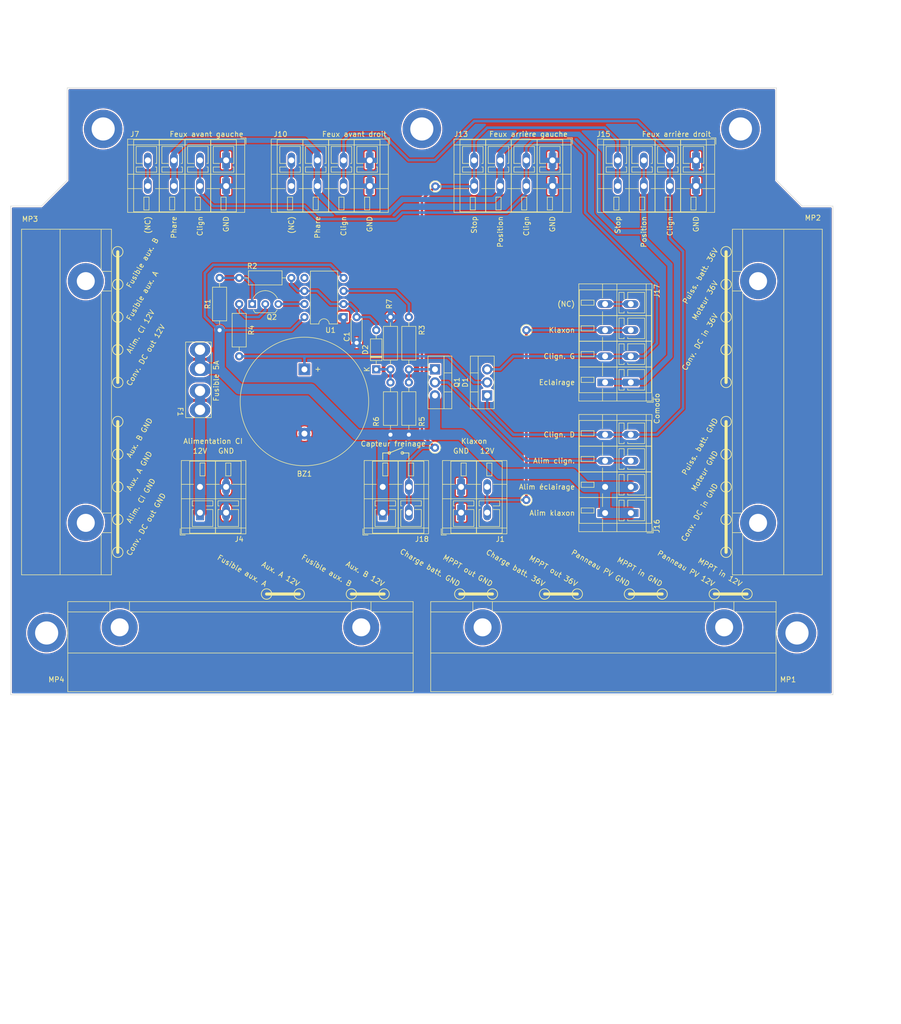
<source format=kicad_pcb>
(kicad_pcb (version 20211014) (generator pcbnew)

  (general
    (thickness 1.6)
  )

  (paper "A4")
  (layers
    (0 "F.Cu" signal)
    (31 "B.Cu" signal)
    (32 "B.Adhes" user "B.Adhesive")
    (33 "F.Adhes" user "F.Adhesive")
    (34 "B.Paste" user)
    (35 "F.Paste" user)
    (36 "B.SilkS" user "B.Silkscreen")
    (37 "F.SilkS" user "F.Silkscreen")
    (38 "B.Mask" user)
    (39 "F.Mask" user)
    (40 "Dwgs.User" user "User.Drawings")
    (41 "Cmts.User" user "User.Comments")
    (42 "Eco1.User" user "User.Eco1")
    (43 "Eco2.User" user "User.Eco2")
    (44 "Edge.Cuts" user)
    (45 "Margin" user)
    (46 "B.CrtYd" user "B.Courtyard")
    (47 "F.CrtYd" user "F.Courtyard")
    (48 "B.Fab" user)
    (49 "F.Fab" user)
    (50 "User.1" user)
    (51 "User.2" user)
    (52 "User.3" user)
    (53 "User.4" user)
    (54 "User.5" user)
    (55 "User.6" user)
    (56 "User.7" user)
    (57 "User.8" user)
    (58 "User.9" user)
  )

  (setup
    (stackup
      (layer "F.SilkS" (type "Top Silk Screen"))
      (layer "F.Paste" (type "Top Solder Paste"))
      (layer "F.Mask" (type "Top Solder Mask") (thickness 0.01))
      (layer "F.Cu" (type "copper") (thickness 0.035))
      (layer "dielectric 1" (type "core") (thickness 1.51) (material "FR4") (epsilon_r 4.5) (loss_tangent 0.02))
      (layer "B.Cu" (type "copper") (thickness 0.035))
      (layer "B.Mask" (type "Bottom Solder Mask") (thickness 0.01))
      (layer "B.Paste" (type "Bottom Solder Paste"))
      (layer "B.SilkS" (type "Bottom Silk Screen"))
      (copper_finish "None")
      (dielectric_constraints no)
    )
    (pad_to_mask_clearance 0)
    (pcbplotparams
      (layerselection 0x00010e0_ffffffff)
      (disableapertmacros false)
      (usegerberextensions false)
      (usegerberattributes true)
      (usegerberadvancedattributes true)
      (creategerberjobfile true)
      (svguseinch false)
      (svgprecision 6)
      (excludeedgelayer true)
      (plotframeref false)
      (viasonmask false)
      (mode 1)
      (useauxorigin false)
      (hpglpennumber 1)
      (hpglpenspeed 20)
      (hpglpendiameter 15.000000)
      (dxfpolygonmode true)
      (dxfimperialunits true)
      (dxfusepcbnewfont true)
      (psnegative false)
      (psa4output false)
      (plotreference true)
      (plotvalue true)
      (plotinvisibletext false)
      (sketchpadsonfab false)
      (subtractmaskfromsilk false)
      (outputformat 1)
      (mirror false)
      (drillshape 0)
      (scaleselection 1)
      (outputdirectory "")
    )
  )

  (net 0 "")
  (net 1 "GND")
  (net 2 "Net-(F1-Pad2)")
  (net 3 "Net-(D1-Pad1)")
  (net 4 "unconnected-(J7-Pad4)")
  (net 5 "unconnected-(J10-Pad4)")
  (net 6 "/Phares")
  (net 7 "Net-(J13-Pad4)")
  (net 8 "Net-(J1-Pad2)")
  (net 9 "/Flasher/Out")
  (net 10 "unconnected-(J17-Pad4)")
  (net 11 "/12V_5A")
  (net 12 "Net-(Q1-Pad1)")
  (net 13 "Net-(C1-Pad1)")
  (net 14 "Net-(D1-Pad3)")
  (net 15 "Net-(Q2-Pad1)")
  (net 16 "unconnected-(U1-Pad5)")
  (net 17 "Net-(Q2-Pad2)")
  (net 18 "/Flasher/Enable")
  (net 19 "Net-(Q2-Pad3)")
  (net 20 "Net-(R3-Pad1)")
  (net 21 "Net-(D2-Pad1)")

  (footprint "circuit:Wago_221-500_SplicingConnectorHolder" (layer "F.Cu") (at 94.615 85.09 90))

  (footprint "circuit:MountingHole_5mm" (layer "F.Cu") (at 87 130))

  (footprint "circuit:Buzzer_25x16_12.5" (layer "F.Cu") (at 137.16 78.74 -90))

  (footprint "circuit:Wago_221-500_SplicingConnectorHolder" (layer "F.Cu") (at 124.714 128.905 180))

  (footprint "circuit:Multicomp_MCCQ-122" (layer "F.Cu") (at 116.84 74.93 -90))

  (footprint "circuit:TerminalBlock_WAGO_236-402_1x02_P5.08mm_45Degree" (layer "F.Cu") (at 116.84 101.6))

  (footprint "Resistor_THT:R_Axial_DIN0207_L6.3mm_D2.5mm_P10.16mm_Horizontal" (layer "F.Cu") (at 157.48 68.58 -90))

  (footprint "circuit:MountingHole_5mm" (layer "F.Cu") (at 98 32))

  (footprint "circuit:TerminalBlock_WAGO_236-404_1x04_P5.08mm_45Degree" (layer "F.Cu") (at 185.42 38.1 180))

  (footprint "Package_DIP:DIP-8_W7.62mm" (layer "F.Cu") (at 144.78 68.58 180))

  (footprint "circuit:Strap_D2.0mm_Drill1.0mm" (layer "F.Cu") (at 180.34 104.14))

  (footprint "circuit:TerminalBlock_WAGO_236-404_1x04_P5.08mm_45Degree" (layer "F.Cu") (at 213.36 38.1 180))

  (footprint "circuit:MountingHole_5mm" (layer "F.Cu") (at 222 32))

  (footprint "circuit:TO-220-3_Vertical" (layer "F.Cu") (at 172.72 83.82 90))

  (footprint "Package_TO_SOT_THT:TO-92L_Inline_Wide" (layer "F.Cu") (at 127 66.04))

  (footprint "circuit:TerminalBlock_WAGO_236-404_1x04_P5.08mm_45Degree" (layer "F.Cu") (at 121.92 38.1 180))

  (footprint "Resistor_THT:R_Axial_DIN0207_L6.3mm_D2.5mm_P10.16mm_Horizontal" (layer "F.Cu") (at 153.9 78.74 90))

  (footprint "circuit:TerminalBlock_WAGO_236-404_1x04_P5.08mm_45Degree" (layer "F.Cu") (at 200.66 106.68 90))

  (footprint "Resistor_THT:R_Axial_DIN0207_L6.3mm_D2.5mm_P10.16mm_Horizontal" (layer "F.Cu") (at 157.48 91.44 90))

  (footprint "circuit:Wago_221-500_SplicingConnectorHolder" (layer "F.Cu") (at 225.425 85.09 -90))

  (footprint "Resistor_THT:R_Axial_DIN0207_L6.3mm_D2.5mm_P10.16mm_Horizontal" (layer "F.Cu") (at 124.46 66.04 -90))

  (footprint "circuit:MountingHole_5mm" (layer "F.Cu") (at 160 32))

  (footprint "Resistor_THT:R_Axial_DIN0207_L6.3mm_D2.5mm_P10.16mm_Horizontal" (layer "F.Cu") (at 153.9 91.45 90))

  (footprint "circuit:Strap_D2.0mm_Drill1.0mm" (layer "F.Cu") (at 162.56 93.98))

  (footprint "Resistor_THT:R_Axial_DIN0207_L6.3mm_D2.5mm_P10.16mm_Horizontal" (layer "F.Cu") (at 120.65 71.12 90))

  (footprint "Resistor_THT:R_Axial_DIN0207_L6.3mm_D2.5mm_P10.16mm_Horizontal" (layer "F.Cu") (at 124.46 60.96))

  (footprint "circuit:Strap_D2.0mm_Drill1.0mm" (layer "F.Cu") (at 180.34 71.12))

  (footprint "Capacitor_THT:C_Disc_D4.3mm_W1.9mm_P5.00mm" (layer "F.Cu") (at 147.32 68.58 -90))

  (footprint "circuit:Strap_D2.0mm_Drill1.0mm" (layer "F.Cu") (at 162.63 43.18))

  (footprint "circuit:TerminalBlock_WAGO_236-402_1x02_P5.08mm_45Degree" (layer "F.Cu") (at 167.64 101.6))

  (footprint "circuit:Wago_221-500_SplicingConnectorHolder" (layer "F.Cu") (at 195.326 128.905 180))

  (footprint "circuit:TerminalBlock_WAGO_236-402_1x02_P5.08mm_45Degree" (layer "F.Cu")
    (tedit 67A265E1) (tstamp ee376e01-fd87-460d-8054-53f57dc05951)
    (at 152.4 101.6)
    (descr "Terminal Block WAGO 236-402, 45Degree (cable under 45degree), 2 pins, pitch 5.08mm, size 12.3x14mm^2, drill diamater 1.15mm, pad diameter 3mm")
    (tags "THT Terminal Block WAGO 236-402 45Degree pitch 5.08mm size 12.3x14mm^2 drill 1.15mm pad 3mm")
    (property "Sheetfile" "circuit.kicad_sch")
    (property "Sheetname" "")
    (path "/e25831d2-9583-475c-a839-189f3156583f")
    (attr through_hole)
    (fp_text reference "J18" (at 7.62 10.16) (layer "F.SilkS")
      (effects (font (size 1 1) (thickness 0.15)))
      (tstamp 78fade79-4b4d-4ad8-8098-87a075f72e45)
    )
    (fp_text value "Conn_Capteur_Frein" (at 2.65 10.12) (layer "F.Fab")
      (effects (font (size 1 1) (thickness 0.15)))
      (tstamp 0bbaf0b7-9a40-43d4-b472-92769e96c9f0)
    )
    (fp_text user "${REFERENCE}" (at 2.65 1) (layer "F.Fab")
      (effects (font (size 1 1) (thickness 0.15)))
      (tstamp d79d1392-ac34-4473-b8a7-c9f388dd60ed)
    )
    (fp_line (start 3.5 7.7) (end 7.5 7.7) (layer "F.SilkS") (width 0.12) (tstamp 03cbcb17-4cd4-4291-bd41-b3e607e61dc4))
    (fp_line (start 6 -4.65) (end 6 -2.151) (layer "F.SilkS") (width 0.12) (tstamp 06f08405-6197-40be-af54-9fa42d684743))
    (fp_line (start 7.5 4.4) (end 7.5 7.7) (layer "F.SilkS") (width 0.12) (tstamp 10395d06-53e7-4f17-8398-e56394846f2e))
    (fp_line (start -1.5 3.7) (end -1.23 3.7) (layer "F.SilkS") (width 0.12) (tstamp 176c189a-d73e-4e04-8097-65e6830e8abb))
    (fp_line (start 3 -5) (end 3 9) (layer "F.SilkS") (width 0.12) (tstamp 177c0fde-9b14-4f84-ae0f-96cce8ccfb40))
    (fp_line (start 6.23 -0.5) (end 8.921 -0.5) (layer "F.SilkS") (width 0.12) (tstamp 196910ae-9780-4b38-b9f0-fec016073d7d))
    (fp_line (start 8 -5) (end 8 9) (layer "F.SilkS") (width 0.12) (tstamp 20d1cbd3-105d-4528-b0ec-c806e5c3730d))
    (fp_line (start 3.5 4.4) (end 3.77 4.4) (layer "F.SilkS") (width 0.12) (tstamp 215ba7e4-4824-47b9-be2a-f449a00476d9))
    (fp_line (start -3.62 -5.12) (end -3.62 9.12) (layer "F.SilkS") (width 0.12) (tstamp 24d687c2-f89b-4a92-ac16-f93abb516e5d))
    (fp_line (start 3.5 2.7) (end 7.5 2.7) (layer "F.SilkS") (width 0.12) (tstamp 283eba45-33d5-45c0-9100-76888ef889a1))
    (fp_line (start -1.5 2.7) (end 2.5 2.7) (layer "F.SilkS") (width 0.12) (tstamp 33984e5d-8430-4ef9-83cf-d8c85d1d4c81))
    (fp_line (start 0 -4.65) (end 0 -2.151) (layer "F.SilkS") (width 0.12) (tstamp 42e47897-88c2-4378-8310-672793da31bd))
    (fp_line (start 2.5 2.7) (end 2.5 3.7) (layer "F.SilkS") (width 0.12) (tstamp 4603587d-4325-4bd4-8ad7-8106882a8510))
    (fp_line (start 0 -4.65) (end 1 -4.65) (layer "F.SilkS") (width 0.12) (tstamp 47ba3a0f-b431-46e7-be3d-b0b6f1069b76))
    (fp_line (start 3 -5) (end 8 -5) (layer "F.SilkS") (width 0.12) (tstamp 4ded14f9-3715-41fc-8a9d-079c3f33e468))
    (fp_line (start 1.23 4.4) (end 2.5 4.4) (layer "F.SilkS") (width 0.12) (tstamp 5133da77-d4aa-40af-9e94-c9e392a712fb))
    (fp_line (start 3 9) (end 8 9) (layer "F.SilkS") (width 0.12) (tstamp 6099117e-ab90-41f8-a0c1-cee1d48a5e27))
    (fp_line (start 3 -5) (end 3 9) (layer "F.SilkS") (width 0.12) (tstamp 60fc21ae-6f0f-48ed-b1fb-b0d905d11fd3))
    (fp_line (start 5 -4.65) (end 5 -2.151) (layer "F.SilkS") (width 0.12) (tstamp 628ce420-7974-4138-94d5-d6d3644b3f98))
    (fp_line (start -2 -5) (end -2 9) (layer "F.SilkS") (width 0.12) (tstamp 677d3d8b-8de3-4915-9ade-fc8347a5093a))
    (fp_line (start 2.5 4.4) (end 2.5 7.7) (layer "F.SilkS") (width 0.12) (tstamp 68a6eb6b-860f-4dda-813a-3424760c2239))
    (fp_line (start 8.921 -5.12) (end 8.921 9.12) (layer "F.SilkS") (width 0.12) (tstamp 7fb5be81-4048-46f1-bf3d-603e817f41e3))
    (fp_line (start -1.5 2.7) (end -1.5 3.7) (layer "F.SilkS") (width 0.12) (tstamp 82d8ca8b-c60e-487b-9a2c-3f64ac92e02e))
    (fp_line (start 3.5 4.4) (end 3.5 7.7) (layer "F.SilkS") (width 0.12) (tstamp 8566aabf-6b65-480a-8718-32dd60e5bfdb))
    (fp_line (start -3.62 2.3) (end 8.921 2.3) (layer "F.SilkS") (width 0.12) (tstamp 8c0dbe23-ed60-461e-9533-eb47131cdfdf))
    (fp_line (start 3.5 2.7) (end 3.5 3.7) (layer "F.SilkS") (width 0.12) (tstamp 9bbac8e3-8050-48af-ab4e-68b7dbf33666))
    (fp_line (start -3.62 -5.12) (end 8.921 -5.12) (layer "F.SilkS") (width 0.12) (tstamp a31dfb8e-9d96-4bc5-bb00-ea9119422c23))
    (fp_line (start -3.86 9.36) (end -2.86 9.36) (layer "F.SilkS") (width 0.12) (tstamp a668a76b-8f41-4710-b2e5-6a4727012be0))
    (fp_line (start 5 -2.151) (end 6 -2.151) (layer "F.SilkS") (width 0.12) (tstamp aa10ca0c-a3be-4e57-b500-41a665e89587))
    (fp_line (start 0 -2.151) (end 1 -2.151) (layer "F.SilkS") (width 0.12) (tstamp b1e9fadc-cab6-48e6-9ef3-9c83a6bd8680))
    (fp_line (start -2 -5) (end 3 -5) (layer "F.SilkS") (width 0.12) (tstamp b44c0d9c-d037-4c8e-8898-df1dbb3730a6))
    (fp_line (start -3.86 8.12) (end -3.86 9.36) (layer "F.SilkS") (width 0.12) (tstamp bae54a06-aa3b-4ee2-939d-71aecf831aa4))
    (fp_line (start -3.62 8) (end 8.921 8) (layer "F.SilkS") (width 0.12) (tstamp be85f01d-7391-4207-af80-e81567e88bce))
    (fp_line (start 6.23 3.7) (end 7.5 3.7) (layer "F.SilkS") (width 0.12) (tstamp c091951d-35a8-4de7-948e-8814f3ffc15d))
    (fp_line (start -3.62 -0.5) (end -1.23 -0.5) (layer "F.SilkS") (width 0.12) (tstamp c0df3607-3881-4974-8918-ece5bba3a3ca))
    (fp_line (start 5 -4.65) (end 6 -4.65) (layer "F.SilkS") (width 0.12) (tstamp c0f2afa8-3fc1-4f00-80dd-fee17d213ec4))
    (fp_line (start 3.5 3.7) (end 3.77 3.7) (layer "F.SilkS") (width 0.12) (tstamp c82ea19c-9c58-4018-b9c4-022719c13c33))
    (fp_line (start 1 -4.65) (end 1 -2.151) (layer "F.SilkS") (width 0.12) (tstamp d059f087-a415-4799-991f-a5a1c2597200))
    (fp_line (start 6.23 4.4) (end 7.5 4.4) (layer "F.SilkS") (width 0.12) (tstamp d36977c3-981c-43a3-a21d-489f774334b0))
    (fp_line (start -2 9) (end 3 9) (layer "F.SilkS") (width 0.12) (tstamp d954a069-486d-4f10-bcfe-929b07a6c610))
    (fp_line (start -3.62 9.12) (end 8.921 9.12) (layer "F.SilkS") (width 0.12) (tstamp dd8ac32c-ebaa-4002-ba1f-c285fb2cbc87))
    (fp_line (start -1.5 7.7) (end 2.5 7.7) (layer "F.SilkS") (width 0.12) (tstamp e0cf5147-8e21-4f24-9734-9221589c5a99))
    (fp_line (start -1.5 4.4) (end -1.23 4.4) (layer "F.SilkS") (width 0.12) (tstamp e825e89
... [911460 chars truncated]
</source>
